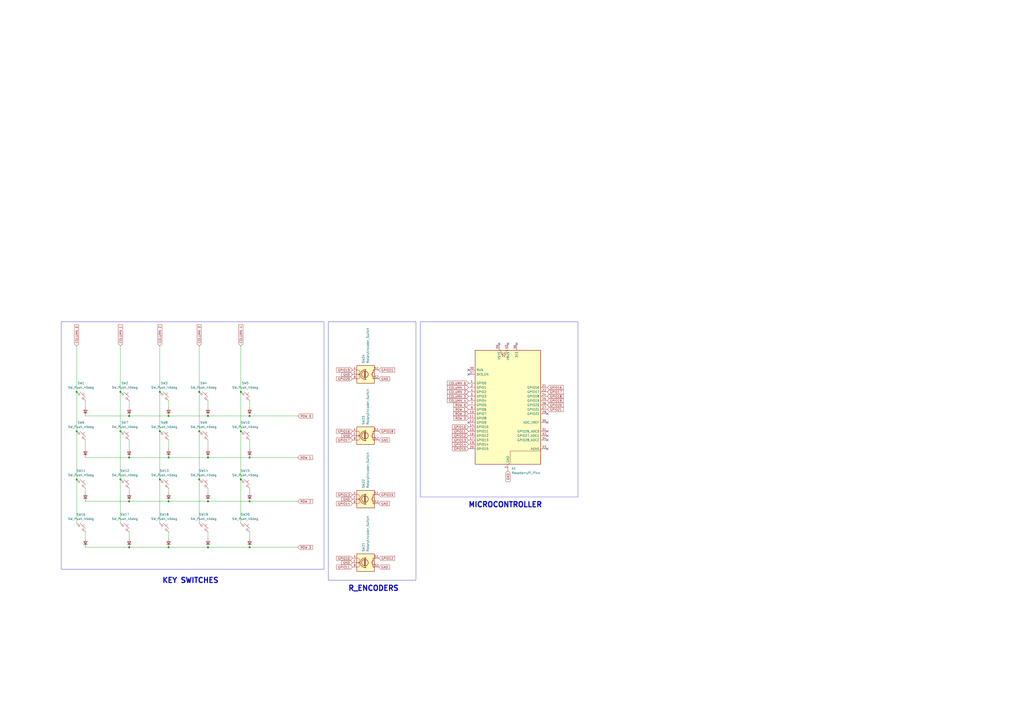
<source format=kicad_sch>
(kicad_sch (version 20250114) (generator "eeschema") (generator_version "9.0")
  (paper "A2")
  (title_block (date "2025-07-15"))
  (lib_symbols
    (symbol "Device:D_Small" (pin_numbers (hide yes)) (pin_names (offset 0.254) (hide yes))
      (property "Reference" "D" (at -1.27 2.032 0))
      (property "Value" "D_Small" (at -3.81 -2.032 0))
      (symbol "D_Small_0_1"
        (polyline (pts (xy -0.762 0) (xy 0.762 0)))
        (polyline (pts (xy -0.762 -1.016) (xy -0.762 1.016)) (stroke (width 0.254)))
        (polyline (pts (xy 0.762 -1.016) (xy -0.762 0) (xy 0.762 1.016) (xy 0.762 -1.016)) (stroke (width 0.254)))
      )
      (symbol "D_Small_1_1"
        (pin passive line (at -2.54 0 0) (length 1.778) (name "K") (number "1"))
        (pin passive line (at 2.54 0 180) (length 1.778) (name "A") (number "2"))
      )
    )
    (symbol "Device:RotaryEncoder_Switch" (pin_names (offset 0.254) (hide yes))
      (property "Reference" "SW" (at 0 6.604 0))
      (property "Value" "RotaryEncoder_Switch" (at 0 -6.604 0))
      (symbol "RotaryEncoder_Switch_0_1"
        (rectangle (start -5.08 5.08) (end 5.08 -5.08) (stroke (width 0.254)) (fill (type background)))
        (polyline (pts (xy -5.08 2.54) (xy -3.81 2.54) (xy -3.81 2.032)))
        (polyline (pts (xy -5.08 0) (xy -3.81 0) (xy -3.81 -1.016) (xy -3.302 -2.032)))
        (polyline (pts (xy -5.08 -2.54) (xy -3.81 -2.54) (xy -3.81 -2.032)))
        (polyline (pts (xy -4.318 0) (xy -3.81 0) (xy -3.81 1.016) (xy -3.302 2.032)))
        (circle (center -3.81 0) (radius 0.254) (fill (type outline)))
        (polyline (pts (xy -0.635 -1.778) (xy -0.635 1.778)) (stroke (width 0.254)))
        (circle (center -0.381 0) (radius 1.905) (stroke (width 0.254)))
        (polyline (pts (xy -0.381 -1.778) (xy -0.381 1.778)) (stroke (width 0.254)))
        (arc (start -0.381 -2.794) (mid -3.0988 -0.0635) (end -0.381 2.667) (stroke (width 0.254)))
        (polyline (pts (xy -0.127 1.778) (xy -0.127 -1.778)) (stroke (width 0.254)))
        (polyline (pts (xy 0.254 2.921) (xy -0.508 2.667) (xy 0.127 2.286)) (stroke (width 0.254)))
        (polyline (pts (xy 0.254 -3.048) (xy -0.508 -2.794) (xy 0.127 -2.413)) (stroke (width 0.254)))
        (polyline (pts (xy 3.81 1.016) (xy 3.81 -1.016)) (stroke (width 0.254)))
        (polyline (pts (xy 3.81 0) (xy 3.429 0)) (stroke (width 0.254)))
        (circle (center 4.318 1.016) (radius 0.127) (stroke (width 0.254)))
        (circle (center 4.318 -1.016) (radius 0.127) (stroke (width 0.254)))
        (polyline (pts (xy 5.08 2.54) (xy 4.318 2.54) (xy 4.318 1.016)) (stroke (width 0.254)))
        (polyline (pts (xy 5.08 -2.54) (xy 4.318 -2.54) (xy 4.318 -1.016)) (stroke (width 0.254)))
      )
      (symbol "RotaryEncoder_Switch_1_1"
        (pin passive line (at -7.62 2.54 0) (length 2.54) (name "A") (number "A"))
        (pin passive line (at -7.62 0 0) (length 2.54) (name "C") (number "C"))
        (pin passive line (at -7.62 -2.54 0) (length 2.54) (name "B") (number "B"))
        (pin passive line (at 7.62 2.54 180) (length 2.54) (name "S1") (number "S1"))
        (pin passive line (at 7.62 -2.54 180) (length 2.54) (name "S2") (number "S2"))
      )
    )
    (symbol "MCU_Module:RaspberryPi_Pico" (pin_names (offset 0.762))
      (property "Reference" "A" (at -19.05 35.56 0))
      (property "Value" "RaspberryPi_Pico" (at 7.62 35.56 0))
      (symbol "RaspberryPi_Pico_0_1"
        (rectangle (start -19.05 34.29) (end 19.05 -31.75) (stroke (width 0.254)) (fill (type background)))
        (polyline (pts (xy -5.08 34.29) (xy -3.81 33.655) (xy -3.81 31.75) (xy -3.175 31.75)))
        (polyline (pts (xy -3.429 32.766) (xy -3.429 33.02) (xy -3.175 33.02) (xy -3.175 30.48) (xy -2.921 30.48) (xy -2.921 30.734)))
        (polyline (pts (xy -3.175 31.75) (xy -1.905 33.02) (xy -1.905 30.48) (xy -3.175 31.75)))
        (polyline (pts (xy 0 34.29) (xy -1.27 33.655) (xy -1.27 31.75) (xy -1.905 31.75)))
        (polyline (pts (xy 0 -31.75) (xy 1.27 -31.115) (xy 1.27 -24.13) (xy 18.415 -24.13) (xy 19.05 -22.86)))
      )
      (symbol "RaspberryPi_Pico_1_1"
        (pin passive line (at -22.86 22.86 0) (length 3.81) (name "RUN") (number "30"))
        (pin passive line (at -22.86 20.32 0) (length 3.81) (name "3V3_EN") (number "37"))
        (pin bidirectional line (at -22.86 15.24 0) (length 3.81) (name "GPIO0") (number "1"))
        (pin bidirectional line (at -22.86 12.7 0) (length 3.81) (name "GPIO1") (number "2"))
        (pin bidirectional line (at -22.86 10.16 0) (length 3.81) (name "GPIO2") (number "4"))
        (pin bidirectional line (at -22.86 7.62 0) (length 3.81) (name "GPIO3") (number "5"))
        (pin bidirectional line (at -22.86 5.08 0) (length 3.81) (name "GPIO4") (number "6"))
        (pin bidirectional line (at -22.86 2.54 0) (length 3.81) (name "GPIO5") (number "7"))
        (pin bidirectional line (at -22.86 0 0) (length 3.81) (name "GPIO6") (number "9"))
        (pin bidirectional line (at -22.86 -2.54 0) (length 3.81) (name "GPIO7") (number "10"))
        (pin bidirectional line (at -22.86 -5.08 0) (length 3.81) (name "GPIO8") (number "11"))
        (pin bidirectional line (at -22.86 -7.62 0) (length 3.81) (name "GPIO9") (number "12"))
        (pin bidirectional line (at -22.86 -10.16 0) (length 3.81) (name "GPIO10") (number "14"))
        (pin bidirectional line (at -22.86 -12.7 0) (length 3.81) (name "GPIO11") (number "15"))
        (pin bidirectional line (at -22.86 -15.24 0) (length 3.81) (name "GPIO12") (number "16"))
        (pin bidirectional line (at -22.86 -17.78 0) (length 3.81) (name "GPIO13") (number "17"))
        (pin bidirectional line (at -22.86 -20.32 0) (length 3.81) (name "GPIO14") (number "19"))
        (pin bidirectional line (at -22.86 -22.86 0) (length 3.81) (name "GPIO15") (number "20"))
        (pin power_in line (at -5.08 38.1 270) (length 3.81) (name "VSYS") (number "39"))
        (pin power_out line (at 0 38.1 270) (length 3.81) (name "VBUS") (number "40"))
        (pin passive line (at 0 -35.56 90) (length 3.81) (hide yes) (name "GND") (number "13"))
        (pin passive line (at 0 -35.56 90) (length 3.81) (hide yes) (name "GND") (number "18"))
        (pin passive line (at 0 -35.56 90) (length 3.81) (hide yes) (name "GND") (number "23"))
        (pin passive line (at 0 -35.56 90) (length 3.81) (hide yes) (name "GND") (number "28"))
        (pin power_out line (at 0 -35.56 90) (length 3.81) (name "GND") (number "3"))
        (pin passive line (at 0 -35.56 90) (length 3.81) (hide yes) (name "GND") (number "38"))
        (pin passive line (at 0 -35.56 90) (length 3.81) (hide yes) (name "GND") (number "8"))
        (pin power_out line (at 5.08 38.1 270) (length 3.81) (name "3V3") (number "36"))
        (pin bidirectional line (at 22.86 12.7 180) (length 3.81) (name "GPIO16") (number "21"))
        (pin bidirectional line (at 22.86 10.16 180) (length 3.81) (name "GPIO17") (number "22"))
        (pin bidirectional line (at 22.86 7.62 180) (length 3.81) (name "GPIO18") (number "24"))
        (pin bidirectional line (at 22.86 5.08 180) (length 3.81) (name "GPIO19") (number "25"))
        (pin bidirectional line (at 22.86 2.54 180) (length 3.81) (name "GPIO20") (number "26"))
        (pin bidirectional line (at 22.86 0 180) (length 3.81) (name "GPIO21") (number "27"))
        (pin bidirectional line (at 22.86 -2.54 180) (length 3.81) (name "GPIO22") (number "29"))
        (pin power_in line (at 22.86 -7.62 180) (length 3.81) (name "ADC_VREF") (number "35"))
        (pin bidirectional line (at 22.86 -12.7 180) (length 3.81) (name "GPIO26_ADC0") (number "31"))
        (pin bidirectional line (at 22.86 -15.24 180) (length 3.81) (name "GPIO27_ADC1") (number "32"))
        (pin bidirectional line (at 22.86 -17.78 180) (length 3.81) (name "GPIO28_ADC2") (number "34"))
        (pin power_out line (at 22.86 -22.86 180) (length 3.81) (name "AGND") (number "33"))
      )
    )
    (symbol "Switch:SW_Push_45deg" (pin_numbers (hide yes)) (pin_names (offset 1.016) (hide yes))
      (property "Reference" "SW" (at 3.048 1.016 0))
      (property "Value" "SW_Push_45deg" (at 0 -3.81 0))
      (symbol "SW_Push_45deg_0_1"
        (polyline (pts (xy -2.54 2.54) (xy -1.524 1.524) (xy -1.524 1.524)))
        (circle (center -1.1684 1.1684) (radius 0.508))
        (polyline (pts (xy -0.508 2.54) (xy 2.54 -0.508)))
        (polyline (pts (xy 1.016 1.016) (xy 2.032 2.032)))
        (circle (center 1.143 -1.1938) (radius 0.508))
        (polyline (pts (xy 1.524 -1.524) (xy 2.54 -2.54) (xy 2.54 -2.54) (xy 2.54 -2.54)))
        (pin passive line (at -2.54 2.54 0) (length 0) (name "1") (number "1"))
        (pin passive line (at 2.54 -2.54 180) (length 0) (name "2") (number "2"))
      )
    )
  )
  (rectangle (start 190.5 186.69) (end 241.3 336.55))
  (rectangle (start 35.56 186.69) (end 187.96 330.2))
  (rectangle (start 243.84 186.69) (end 335.28 288.29))
  (text "MICROCONTROLLER" (at 293.116 292.862 0) (effects (font (size 3 3) (thickness 0.6) (bold yes))))
  (text "KEY SWITCHES" (at 110.49 336.804 0) (effects (font (size 3 3) (thickness 0.6) (bold yes))))
  (text "R_ENCODERS\n" (at 216.662 341.376 0) (effects (font (size 3 3) (thickness 0.6) (bold yes))))
  (junction (at 74.93 290.83))
  (junction (at 144.78 265.43))
  (junction (at 74.93 241.3))
  (junction (at 97.79 241.3))
  (junction (at 44.45 227.33))
  (junction (at 115.57 250.19))
  (junction (at 44.45 278.13))
  (junction (at 69.85 250.19))
  (junction (at 44.45 250.19))
  (junction (at 139.7 250.19))
  (junction (at 69.85 227.33))
  (junction (at 115.57 227.33))
  (junction (at 120.65 241.3))
  (junction (at 92.71 278.13))
  (junction (at 120.65 317.5))
  (junction (at 97.79 290.83))
  (junction (at 144.78 317.5))
  (junction (at 120.65 265.43))
  (junction (at 97.79 317.5))
  (junction (at 139.7 227.33))
  (junction (at 144.78 241.3))
  (junction (at 69.85 278.13))
  (junction (at 92.71 250.19))
  (junction (at 97.79 265.43))
  (junction (at 115.57 278.13))
  (junction (at 120.65 290.83))
  (junction (at 92.71 227.33))
  (junction (at 74.93 317.5))
  (junction (at 144.78 290.83))
  (junction (at 74.93 265.43))
  (junction (at 139.7 278.13))
  (no_connect (at 317.5 252.73))
  (no_connect (at 317.5 255.27))
  (no_connect (at 299.72 199.39))
  (no_connect (at 317.5 250.19))
  (no_connect (at 271.78 217.17))
  (no_connect (at 294.64 199.39))
  (no_connect (at 271.78 245.11))
  (no_connect (at 317.5 240.03))
  (no_connect (at 317.5 245.11))
  (no_connect (at 317.5 260.35))
  (no_connect (at 271.78 214.63))
  (no_connect (at 289.56 199.39))
  (wire (pts (xy 69.85 227.33) (xy 69.85 250.19)))
  (wire (pts (xy 97.79 232.41) (xy 97.79 236.22)))
  (wire (pts (xy 97.79 317.5) (xy 120.65 317.5)))
  (wire (pts (xy 44.45 227.33) (xy 44.45 250.19)))
  (wire (pts (xy 97.79 255.27) (xy 97.79 260.35)))
  (wire (pts (xy 44.45 278.13) (xy 44.45 303.53)))
  (wire (pts (xy 120.65 232.41) (xy 120.65 236.22)))
  (wire (pts (xy 120.65 265.43) (xy 144.78 265.43)))
  (wire (pts (xy 144.78 255.27) (xy 144.78 260.35)))
  (wire (pts (xy 139.7 200.66) (xy 139.7 227.33)))
  (wire (pts (xy 49.53 265.43) (xy 74.93 265.43)))
  (wire (pts (xy 97.79 290.83) (xy 120.65 290.83)))
  (wire (pts (xy 97.79 308.61) (xy 97.79 312.42)))
  (wire (pts (xy 115.57 278.13) (xy 115.57 303.53)))
  (wire (pts (xy 74.93 317.5) (xy 97.79 317.5)))
  (wire (pts (xy 139.7 250.19) (xy 139.7 278.13)))
  (wire (pts (xy 74.93 308.61) (xy 74.93 312.42)))
  (wire (pts (xy 139.7 227.33) (xy 139.7 250.19)))
  (wire (pts (xy 49.53 308.61) (xy 49.53 312.42)))
  (wire (pts (xy 97.79 283.21) (xy 97.79 285.75)))
  (wire (pts (xy 44.45 250.19) (xy 44.45 278.13)))
  (wire (pts (xy 120.65 255.27) (xy 120.65 260.35)))
  (wire (pts (xy 92.71 278.13) (xy 92.71 303.53)))
  (wire (pts (xy 144.78 317.5) (xy 172.72 317.5)))
  (wire (pts (xy 92.71 250.19) (xy 92.71 278.13)))
  (wire (pts (xy 139.7 278.13) (xy 139.7 303.53)))
  (wire (pts (xy 97.79 241.3) (xy 120.65 241.3)))
  (wire (pts (xy 69.85 200.66) (xy 69.85 227.33)))
  (wire (pts (xy 74.93 265.43) (xy 97.79 265.43)))
  (wire (pts (xy 97.79 265.43) (xy 120.65 265.43)))
  (wire (pts (xy 74.93 290.83) (xy 97.79 290.83)))
  (wire (pts (xy 115.57 250.19) (xy 115.57 278.13)))
  (wire (pts (xy 144.78 283.21) (xy 144.78 285.75)))
  (wire (pts (xy 144.78 232.41) (xy 144.78 236.22)))
  (wire (pts (xy 144.78 265.43) (xy 172.72 265.43)))
  (wire (pts (xy 49.53 283.21) (xy 49.53 285.75)))
  (wire (pts (xy 69.85 250.19) (xy 69.85 278.13)))
  (wire (pts (xy 74.93 283.21) (xy 74.93 285.75)))
  (wire (pts (xy 69.85 278.13) (xy 69.85 303.53)))
  (wire (pts (xy 120.65 308.61) (xy 120.65 312.42)))
  (wire (pts (xy 49.53 241.3) (xy 74.93 241.3)))
  (wire (pts (xy 120.65 283.21) (xy 120.65 285.75)))
  (wire (pts (xy 144.78 308.61) (xy 144.78 312.42)))
  (wire (pts (xy 49.53 290.83) (xy 74.93 290.83)))
  (wire (pts (xy 144.78 241.3) (xy 172.72 241.3)))
  (wire (pts (xy 74.93 255.27) (xy 74.93 260.35)))
  (wire (pts (xy 115.57 227.33) (xy 115.57 250.19)))
  (wire (pts (xy 92.71 227.33) (xy 92.71 250.19)))
  (wire (pts (xy 74.93 232.41) (xy 74.93 236.22)))
  (wire (pts (xy 49.53 317.5) (xy 74.93 317.5)))
  (wire (pts (xy 49.53 255.27) (xy 49.53 260.35)))
  (wire (pts (xy 120.65 317.5) (xy 144.78 317.5)))
  (wire (pts (xy 144.78 290.83) (xy 172.72 290.83)))
  (wire (pts (xy 74.93 241.3) (xy 97.79 241.3)))
  (wire (pts (xy 120.65 241.3) (xy 144.78 241.3)))
  (wire (pts (xy 92.71 200.66) (xy 92.71 227.33)))
  (wire (pts (xy 44.45 200.66) (xy 44.45 227.33)))
  (wire (pts (xy 115.57 200.66) (xy 115.57 227.33)))
  (wire (pts (xy 120.65 290.83) (xy 144.78 290.83)))
  (wire (pts (xy 49.53 232.41) (xy 49.53 236.22)))
  (global_label "GPIO14" (shape input) (at 204.47 292.1 180) (property "Intersheetrefs" "${INTERSHEET_REFS}" (effects (hide yes))))
  (global_label "ROW 1" (shape input) (at 172.72 265.43 0) (property "Intersheetrefs" "${INTERSHEET_REFS}" (effects (hide yes))))
  (global_label "GPIO16" (shape input) (at 204.47 250.19 180) (property "Intersheetrefs" "${INTERSHEET_REFS}" (effects (hide yes))))
  (global_label "GPIO11" (shape input) (at 271.78 250.19 180) (property "Intersheetrefs" "${INTERSHEET_REFS}" (effects (hide yes))))
  (global_label "GND" (shape input) (at 219.71 292.1 0) (property "Intersheetrefs" "${INTERSHEET_REFS}" (effects (hide yes))))
  (global_label "GND" (shape input) (at 219.71 255.27 0) (property "Intersheetrefs" "${INTERSHEET_REFS}" (effects (hide yes))))
  (global_label "GPIO11" (shape input) (at 204.47 328.93 180) (property "Intersheetrefs" "${INTERSHEET_REFS}" (effects (hide yes))))
  (global_label "GPIO21" (shape input) (at 219.71 214.63 0) (property "Intersheetrefs" "${INTERSHEET_REFS}" (effects (hide yes))))
  (global_label "ROW 3" (shape input) (at 172.72 317.5 0) (property "Intersheetrefs" "${INTERSHEET_REFS}" (effects (hide yes))))
  (global_label "GND" (shape input) (at 204.47 289.56 180) (property "Intersheetrefs" "${INTERSHEET_REFS}" (effects (hide yes))))
  (global_label "GND" (shape input) (at 204.47 252.73 180) (property "Intersheetrefs" "${INTERSHEET_REFS}" (effects (hide yes))))
  (global_label "GPIO10" (shape input) (at 204.47 323.85 180) (property "Intersheetrefs" "${INTERSHEET_REFS}" (effects (hide yes))))
  (global_label "COLUMN 0" (shape input) (at 271.78 222.25 180) (property "Intersheetrefs" "${INTERSHEET_REFS}" (effects (hide yes))))
  (global_label "GPIO20" (shape input) (at 204.47 219.71 180) (property "Intersheetrefs" "${INTERSHEET_REFS}" (effects (hide yes))))
  (global_label "GPIO18" (shape input) (at 317.5 229.87 0) (property "Intersheetrefs" "${INTERSHEET_REFS}" (effects (hide yes))))
  (global_label "COLUMN 0" (shape input) (at 44.45 200.66 90) (property "Intersheetrefs" "${INTERSHEET_REFS}" (effects (hide yes))))
  (global_label "COLUMN 1" (shape input) (at 69.85 200.66 90) (property "Intersheetrefs" "${INTERSHEET_REFS}" (effects (hide yes))))
  (global_label "COLUMN 1" (shape input) (at 271.78 224.79 180) (property "Intersheetrefs" "${INTERSHEET_REFS}" (effects (hide yes))))
  (global_label "GPIO17" (shape input) (at 317.5 227.33 0) (property "Intersheetrefs" "${INTERSHEET_REFS}" (effects (hide yes))))
  (global_label "ROW 2" (shape input) (at 271.78 240.03 180) (property "Intersheetrefs" "${INTERSHEET_REFS}" (effects (hide yes))))
  (global_label "GPIO18" (shape input) (at 219.71 250.19 0) (property "Intersheetrefs" "${INTERSHEET_REFS}" (effects (hide yes))))
  (global_label "GPIO16" (shape input) (at 317.5 224.79 0) (property "Intersheetrefs" "${INTERSHEET_REFS}" (effects (hide yes))))
  (global_label "ROW 3" (shape input) (at 271.78 242.57 180) (property "Intersheetrefs" "${INTERSHEET_REFS}" (effects (hide yes))))
  (global_label "GPIO21" (shape input) (at 317.5 237.49 0) (property "Intersheetrefs" "${INTERSHEET_REFS}" (effects (hide yes))))
  (global_label "COLUMN 2" (shape input) (at 271.78 227.33 180) (property "Intersheetrefs" "${INTERSHEET_REFS}" (effects (hide yes))))
  (global_label "GPIO19" (shape input) (at 204.47 214.63 180) (property "Intersheetrefs" "${INTERSHEET_REFS}" (effects (hide yes))))
  (global_label "ROW 1" (shape input) (at 271.78 237.49 180) (property "Intersheetrefs" "${INTERSHEET_REFS}" (effects (hide yes))))
  (global_label "GPIO12" (shape input) (at 271.78 252.73 180) (property "Intersheetrefs" "${INTERSHEET_REFS}" (effects (hide yes))))
  (global_label "GND" (shape input) (at 219.71 328.93 0) (property "Intersheetrefs" "${INTERSHEET_REFS}" (effects (hide yes))))
  (global_label "GPIO13" (shape input) (at 271.78 255.27 180) (property "Intersheetrefs" "${INTERSHEET_REFS}" (effects (hide yes))))
  (global_label "GPIO20" (shape input) (at 317.5 234.95 0) (property "Intersheetrefs" "${INTERSHEET_REFS}" (effects (hide yes))))
  (global_label "GPIO15" (shape input) (at 271.78 260.35 180) (property "Intersheetrefs" "${INTERSHEET_REFS}" (effects (hide yes))))
  (global_label "COLUMN 3" (shape input) (at 115.57 200.66 90) (property "Intersheetrefs" "${INTERSHEET_REFS}" (effects (hide yes))))
  (global_label "GPIO14" (shape input) (at 271.78 257.81 180) (property "Intersheetrefs" "${INTERSHEET_REFS}" (effects (hide yes))))
  (global_label "GND" (shape input) (at 219.71 219.71 0) (property "Intersheetrefs" "${INTERSHEET_REFS}" (effects (hide yes))))
  (global_label "GPIO19" (shape input) (at 317.5 232.41 0) (property "Intersheetrefs" "${INTERSHEET_REFS}" (effects (hide yes))))
  (global_label "GND" (shape input) (at 204.47 326.39 180) (property "Intersheetrefs" "${INTERSHEET_REFS}" (effects (hide yes))))
  (global_label "GPIO15" (shape input) (at 219.71 287.02 0) (property "Intersheetrefs" "${INTERSHEET_REFS}" (effects (hide yes))))
  (global_label "GPIO13" (shape input) (at 204.47 287.02 180) (property "Intersheetrefs" "${INTERSHEET_REFS}" (effects (hide yes))))
  (global_label "COLUMN 2" (shape input) (at 92.71 200.66 90) (property "Intersheetrefs" "${INTERSHEET_REFS}" (effects (hide yes))))
  (global_label "GPIO10" (shape input) (at 271.78 247.65 180) (property "Intersheetrefs" "${INTERSHEET_REFS}" (effects (hide yes))))
  (global_label "GPIO17" (shape input) (at 204.47 255.27 180) (property "Intersheetrefs" "${INTERSHEET_REFS}" (effects (hide yes))))
  (global_label "COLUMN 3" (shape input) (at 271.78 229.87 180) (property "Intersheetrefs" "${INTERSHEET_REFS}" (effects (hide yes))))
  (global_label "GND" (shape input) (at 294.64 273.05 270) (property "Intersheetrefs" "${INTERSHEET_REFS}" (effects (hide yes))))
  (global_label "GND" (shape input) (at 204.47 217.17 180) (property "Intersheetrefs" "${INTERSHEET_REFS}" (effects (hide yes))))
  (global_label "ROW 2" (shape input) (at 172.72 290.83 0) (property "Intersheetrefs" "${INTERSHEET_REFS}" (effects (hide yes))))
  (global_label "GPIO12" (shape input) (at 219.71 323.85 0) (property "Intersheetrefs" "${INTERSHEET_REFS}" (effects (hide yes))))
  (global_label "COLUMN 4" (shape input) (at 139.7 200.66 90) (property "Intersheetrefs" "${INTERSHEET_REFS}" (effects (hide yes))))
  (global_label "ROW 0" (shape input) (at 172.72 241.3 0) (property "Intersheetrefs" "${INTERSHEET_REFS}" (effects (hide yes))))
  (global_label "ROW 0" (shape input) (at 271.78 234.95 180) (property "Intersheetrefs" "${INTERSHEET_REFS}" (effects (hide yes))))
  (global_label "COLUMN 4" (shape input) (at 271.78 232.41 180) (property "Intersheetrefs" "${INTERSHEET_REFS}" (effects (hide yes))))
  (symbol (lib_id "Switch:SW_Push_45deg") (at 142.24 229.87 0) (unit 1)
    (property "Reference" "SW5" (at 142.24 222.25 0))
    (property "Value" "SW_Push_45deg" (at 142.24 224.79 0))
    (property "Footprint" "Button_Switch_Keyboard:SW_Cherry_MX_1.00u_PCB" (effects (hide yes)))
    (property "Description" "Push button switch, normally open, two pins, 45° tilted" (effects (hide yes)))
  )
  (symbol (lib_id "Switch:SW_Push_45deg") (at 46.99 306.07 0) (unit 1)
    (property "Reference" "SW16" (at 46.99 298.45 0))
    (property "Value" "SW_Push_45deg" (at 46.99 300.99 0))
    (property "Footprint" "Button_Switch_Keyboard:SW_Cherry_MX_1.00u_PCB" (effects (hide yes)))
    (property "Description" "Push button switch, normally open, two pins, 45° tilted" (effects (hide yes)))
  )
  (symbol (lib_id "Device:D_Small") (at 144.78 238.76 90) (unit 1)
    (property "Reference" "D16" (effects (hide yes)))
    (property "Value" "D_Small" (effects (hide yes)))
    (property "Footprint" "Diode_THT:D_DO-35_SOD27_P7.62mm_Horizontal" (effects (hide yes)))
    (property "Description" "Diode, small symbol" (effects (hide yes)))
    (property "Sim.Device" "D" (effects (hide yes)))
    (property "Sim.Pins" "1=K 2=A" (effects (hide yes)))
  )
  (symbol (lib_id "Switch:SW_Push_45deg") (at 72.39 306.07 0) (unit 1)
    (property "Reference" "SW17" (at 72.39 298.45 0))
    (property "Value" "SW_Push_45deg" (at 72.39 300.99 0))
    (property "Footprint" "Button_Switch_Keyboard:SW_Cherry_MX_1.00u_PCB" (effects (hide yes)))
    (property "Description" "Push button switch, normally open, two pins, 45° tilted" (effects (hide yes)))
  )
  (symbol (lib_id "Switch:SW_Push_45deg") (at 95.25 229.87 0) (unit 1)
    (property "Reference" "SW3" (at 95.25 222.25 0))
    (property "Value" "SW_Push_45deg" (at 95.25 224.79 0))
    (property "Footprint" "Button_Switch_Keyboard:SW_Cherry_MX_1.00u_PCB" (effects (hide yes)))
    (property "Description" "Push button switch, normally open, two pins, 45° tilted" (effects (hide yes)))
  )
  (symbol (lib_id "Device:D_Small") (at 49.53 238.76 90) (unit 1)
    (property "Reference" "D57" (effects (hide yes)))
    (property "Value" "1N4148" (effects (hide yes)))
    (property "Footprint" "Diode_THT:D_DO-35_SOD27_P7.62mm_Horizontal" (effects (hide yes)))
    (property "Description" "Diode, small symbol" (effects (hide yes)))
    (property "Sim.Device" "D" (effects (hide yes)))
    (property "Sim.Pins" "1=K 2=A" (effects (hide yes)))
  )
  (symbol (lib_id "Device:RotaryEncoder_Switch") (at 212.09 217.17 0) (unit 1)
    (property "Reference" "SW24" (at 210.8199 210.82 90) (effects (justify left)))
    (property "Value" "RotaryEncoder_Switch" (at 213.3599 210.82 90) (effects (justify left)))
    (property "Footprint" "Rotary_Encoder:RotaryEncoder_Alps_EC11E-Switch_Vertical_H20mm" (effects (hide yes)))
    (property "Description" "Rotary encoder, dual channel, incremental quadrate outputs, with switch" (effects (hide yes)))
  )
  (symbol (lib_id "Device:D_Small") (at 74.93 314.96 90) (unit 1)
    (property "Reference" "D7" (effects (hide yes)))
    (property "Value" "D_Small" (effects (hide yes)))
    (property "Footprint" "Diode_THT:D_DO-35_SOD27_P7.62mm_Horizontal" (effects (hide yes)))
    (property "Description" "Diode, small symbol" (effects (hide yes)))
    (property "Sim.Device" "D" (effects (hide yes)))
    (property "Sim.Pins" "1=K 2=A" (effects (hide yes)))
  )
  (symbol (lib_id "Switch:SW_Push_45deg") (at 46.99 252.73 0) (unit 1)
    (property "Reference" "SW6" (at 46.99 245.11 0))
    (property "Value" "SW_Push_45deg" (at 46.99 247.65 0))
    (property "Footprint" "Button_Switch_Keyboard:SW_Cherry_MX_1.00u_PCB" (effects (hide yes)))
    (property "Description" "Push button switch, normally open, two pins, 45° tilted" (effects (hide yes)))
  )
  (symbol (lib_id "Switch:SW_Push_45deg") (at 72.39 280.67 0) (unit 1)
    (property "Reference" "SW12" (at 72.39 273.05 0))
    (property "Value" "SW_Push_45deg" (at 72.39 275.59 0))
    (property "Footprint" "Button_Switch_Keyboard:SW_Cherry_MX_1.00u_PCB" (effects (hide yes)))
    (property "Description" "Push button switch, normally open, two pins, 45° tilted" (effects (hide yes)))
  )
  (symbol (lib_id "Switch:SW_Push_45deg") (at 142.24 280.67 0) (unit 1)
    (property "Reference" "SW15" (at 142.24 273.05 0))
    (property "Value" "SW_Push_45deg" (at 142.24 275.59 0))
    (property "Footprint" "Button_Switch_Keyboard:SW_Cherry_MX_1.00u_PCB" (effects (hide yes)))
    (property "Description" "Push button switch, normally open, two pins, 45° tilted" (effects (hide yes)))
  )
  (symbol (lib_id "Switch:SW_Push_45deg") (at 118.11 280.67 0) (unit 1)
    (property "Reference" "SW14" (at 118.11 273.05 0))
    (property "Value" "SW_Push_45deg" (at 118.11 275.59 0))
    (property "Footprint" "Button_Switch_Keyboard:SW_Cherry_MX_1.00u_PCB" (effects (hide yes)))
    (property "Description" "Push button switch, normally open, two pins, 45° tilted" (effects (hide yes)))
  )
  (symbol (lib_id "Device:D_Small") (at 74.93 288.29 90) (unit 1)
    (property "Reference" "D6" (effects (hide yes)))
    (property "Value" "D_Small" (effects (hide yes)))
    (property "Footprint" "Diode_THT:D_DO-35_SOD27_P7.62mm_Horizontal" (effects (hide yes)))
    (property "Description" "Diode, small symbol" (effects (hide yes)))
    (property "Sim.Device" "D" (effects (hide yes)))
    (property "Sim.Pins" "1=K 2=A" (effects (hide yes)))
  )
  (symbol (lib_id "Switch:SW_Push_45deg") (at 118.11 229.87 0) (unit 1)
    (property "Reference" "SW4" (at 118.11 222.25 0))
    (property "Value" "SW_Push_45deg" (at 118.11 224.79 0))
    (property "Footprint" "Button_Switch_Keyboard:SW_Cherry_MX_1.00u_PCB" (effects (hide yes)))
    (property "Description" "Push button switch, normally open, two pins, 45° tilted" (effects (hide yes)))
  )
  (symbol (lib_id "Device:D_Small") (at 97.79 262.89 90) (unit 1)
    (property "Reference" "D9" (effects (hide yes)))
    (property "Value" "D_Small" (effects (hide yes)))
    (property "Footprint" "Diode_THT:D_DO-35_SOD27_P7.62mm_Horizontal" (effects (hide yes)))
    (property "Description" "Diode, small symbol" (effects (hide yes)))
    (property "Sim.Device" "D" (effects (hide yes)))
    (property "Sim.Pins" "1=K 2=A" (effects (hide yes)))
  )
  (symbol (lib_id "Switch:SW_Push_45deg") (at 72.39 229.87 0) (unit 1)
    (property "Reference" "SW2" (at 72.39 222.25 0))
    (property "Value" "SW_Push_45deg" (at 72.39 224.79 0))
    (property "Footprint" "Button_Switch_Keyboard:SW_Cherry_MX_1.00u_PCB" (effects (hide yes)))
    (property "Description" "Push button switch, normally open, two pins, 45° tilted" (effects (hide yes)))
  )
  (symbol (lib_id "Device:D_Small") (at 97.79 238.76 90) (unit 1)
    (property "Reference" "D8" (effects (hide yes)))
    (property "Value" "D_Small" (effects (hide yes)))
    (property "Footprint" "Diode_THT:D_DO-35_SOD27_P7.62mm_Horizontal" (effects (hide yes)))
    (property "Description" "Diode, small symbol" (effects (hide yes)))
    (property "Sim.Device" "D" (effects (hide yes)))
    (property "Sim.Pins" "1=K 2=A" (effects (hide yes)))
  )
  (symbol (lib_id "Switch:SW_Push_45deg") (at 95.25 306.07 0) (unit 1)
    (property "Reference" "SW18" (at 95.25 298.45 0))
    (property "Value" "SW_Push_45deg" (at 95.25 300.99 0))
    (property "Footprint" "Button_Switch_Keyboard:SW_Cherry_MX_1.00u_PCB" (effects (hide yes)))
    (property "Description" "Push button switch, normally open, two pins, 45° tilted" (effects (hide yes)))
  )
  (symbol (lib_id "Device:D_Small") (at 144.78 314.96 90) (unit 1)
    (property "Reference" "D19" (effects (hide yes)))
    (property "Value" "D_Small" (effects (hide yes)))
    (property "Footprint" "Diode_THT:D_DO-35_SOD27_P7.62mm_Horizontal" (effects (hide yes)))
    (property "Description" "Diode, small symbol" (effects (hide yes)))
    (property "Sim.Device" "D" (effects (hide yes)))
    (property "Sim.Pins" "1=K 2=A" (effects (hide yes)))
  )
  (symbol (lib_id "Device:D_Small") (at 144.78 262.89 90) (unit 1)
    (property "Reference" "D17" (effects (hide yes)))
    (property "Value" "D_Small" (effects (hide yes)))
    (property "Footprint" "Diode_THT:D_DO-35_SOD27_P7.62mm_Horizontal" (effects (hide yes)))
    (property "Description" "Diode, small symbol" (effects (hide yes)))
    (property "Sim.Device" "D" (effects (hide yes)))
    (property "Sim.Pins" "1=K 2=A" (effects (hide yes)))
  )
  (symbol (lib_id "Device:D_Small") (at 97.79 288.29 90) (unit 1)
    (property "Reference" "D10" (effects (hide yes)))
    (property "Value" "D_Small" (effects (hide yes)))
    (property "Footprint" "Diode_THT:D_DO-35_SOD27_P7.62mm_Horizontal" (effects (hide yes)))
    (property "Description" "Diode, small symbol" (effects (hide yes)))
    (property "Sim.Device" "D" (effects (hide yes)))
    (property "Sim.Pins" "1=K 2=A" (effects (hide yes)))
  )
  (symbol (lib_id "Device:D_Small") (at 120.65 314.96 90) (unit 1)
    (property "Reference" "D15" (effects (hide yes)))
    (property "Value" "D_Small" (effects (hide yes)))
    (property "Footprint" "Diode_THT:D_DO-35_SOD27_P7.62mm_Horizontal" (effects (hide yes)))
    (property "Description" "Diode, small symbol" (effects (hide yes)))
    (property "Sim.Device" "D" (effects (hide yes)))
    (property "Sim.Pins" "1=K 2=A" (effects (hide yes)))
  )
  (symbol (lib_id "Device:D_Small") (at 120.65 262.89 90) (unit 1)
    (property "Reference" "D13" (effects (hide yes)))
    (property "Value" "D_Small" (effects (hide yes)))
    (property "Footprint" "Diode_THT:D_DO-35_SOD27_P7.62mm_Horizontal" (effects (hide yes)))
    (property "Description" "Diode, small symbol" (effects (hide yes)))
    (property "Sim.Device" "D" (effects (hide yes)))
    (property "Sim.Pins" "1=K 2=A" (effects (hide yes)))
  )
  (symbol (lib_id "Device:D_Small") (at 74.93 262.89 90) (unit 1)
    (property "Reference" "D5" (effects (hide yes)))
    (property "Value" "D_Small" (effects (hide yes)))
    (property "Footprint" "Diode_THT:D_DO-35_SOD27_P7.62mm_Horizontal" (effects (hide yes)))
    (property "Description" "Diode, small symbol" (effects (hide yes)))
    (property "Sim.Device" "D" (effects (hide yes)))
    (property "Sim.Pins" "1=K 2=A" (effects (hide yes)))
  )
  (symbol (lib_id "Switch:SW_Push_45deg") (at 46.99 229.87 0) (unit 1)
    (property "Reference" "SW1" (at 46.99 222.25 0))
    (property "Value" "SW_Push_45deg" (at 46.99 224.79 0))
    (property "Footprint" "Button_Switch_Keyboard:SW_Cherry_MX_1.00u_PCB" (effects (hide yes)))
    (property "Description" "Push button switch, normally open, two pins, 45° tilted" (effects (hide yes)))
  )
  (symbol (lib_id "Device:D_Small") (at 49.53 314.96 90) (unit 1)
    (property "Reference" "D3" (effects (hide yes)))
    (property "Value" "D_Small" (effects (hide yes)))
    (property "Footprint" "Diode_THT:D_DO-35_SOD27_P7.62mm_Horizontal" (effects (hide yes)))
    (property "Description" "Diode, small symbol" (effects (hide yes)))
    (property "Sim.Device" "D" (effects (hide yes)))
    (property "Sim.Pins" "1=K 2=A" (effects (hide yes)))
  )
  (symbol (lib_id "MCU_Module:RaspberryPi_Pico") (at 294.64 237.49 0) (unit 1)
    (property "Reference" "A1" (at 296.7833 271.78 0) (effects (justify left)))
    (property "Value" "RaspberryPi_Pico" (at 296.7833 274.32 0) (effects (justify left)))
    (property "Footprint" "Module:RaspberryPi_Pico_Common_Unspecified" (effects (hide yes)))
    (property "Datasheet" "https://datasheets.raspberrypi.com/pico/pico-datasheet.pdf" (effects (hide yes)))
    (property "Description" "Versatile and inexpensive microcontroller module powered by RP2040 dual-core Arm Cortex-M0+ processor up to 133 MHz, 264kB SRAM, 2MB QSPI flash; also supports Raspberry Pi Pico 2" (effects (hide yes)))
  )
  (symbol (lib_id "Switch:SW_Push_45deg") (at 142.24 306.07 0) (unit 1)
    (property "Reference" "SW20" (at 142.24 298.45 0))
    (property "Value" "SW_Push_45deg" (at 142.24 300.99 0))
    (property "Footprint" "Button_Switch_Keyboard:SW_Cherry_MX_1.00u_PCB" (effects (hide yes)))
    (property "Description" "Push button switch, normally open, two pins, 45° tilted" (effects (hide yes)))
  )
  (symbol (lib_id "Device:RotaryEncoder_Switch") (at 212.09 289.56 0) (unit 1)
    (property "Reference" "SW22" (at 210.8199 283.21 90) (effects (justify left)))
    (property "Value" "RotaryEncoder_Switch" (at 213.3599 283.21 90) (effects (justify left)))
    (property "Footprint" "Rotary_Encoder:RotaryEncoder_Alps_EC11E-Switch_Vertical_H20mm" (effects (hide yes)))
    (property "Description" "Rotary encoder, dual channel, incremental quadrate outputs, with switch" (effects (hide yes)))
  )
  (symbol (lib_id "Device:D_Small") (at 120.65 288.29 90) (unit 1)
    (property "Reference" "D14" (effects (hide yes)))
    (property "Value" "D_Small" (effects (hide yes)))
    (property "Footprint" "Diode_THT:D_DO-35_SOD27_P7.62mm_Horizontal" (effects (hide yes)))
    (property "Description" "Diode, small symbol" (effects (hide yes)))
    (property "Sim.Device" "D" (effects (hide yes)))
    (property "Sim.Pins" "1=K 2=A" (effects (hide yes)))
  )
  (symbol (lib_id "Switch:SW_Push_45deg") (at 118.11 306.07 0) (unit 1)
    (property "Reference" "SW19" (at 118.11 298.45 0))
    (property "Value" "SW_Push_45deg" (at 118.11 300.99 0))
    (property "Footprint" "Button_Switch_Keyboard:SW_Cherry_MX_1.00u_PCB" (effects (hide yes)))
    (property "Description" "Push button switch, normally open, two pins, 45° tilted" (effects (hide yes)))
  )
  (symbol (lib_id "Device:D_Small") (at 144.78 288.29 90) (unit 1)
    (property "Reference" "D18" (effects (hide yes)))
    (property "Value" "D_Small" (effects (hide yes)))
    (property "Footprint" "Diode_THT:D_DO-35_SOD27_P7.62mm_Horizontal" (effects (hide yes)))
    (property "Description" "Diode, small symbol" (effects (hide yes)))
    (property "Sim.Device" "D" (effects (hide yes)))
    (property "Sim.Pins" "1=K 2=A" (effects (hide yes)))
  )
  (symbol (lib_id "Switch:SW_Push_45deg") (at 142.24 252.73 0) (unit 1)
    (property "Reference" "SW10" (at 142.24 245.11 0))
    (property "Value" "SW_Push_45deg" (at 142.24 247.65 0))
    (property "Footprint" "Button_Switch_Keyboard:SW_Cherry_MX_1.00u_PCB" (effects (hide yes)))
    (property "Description" "Push button switch, normally open, two pins, 45° tilted" (effects (hide yes)))
  )
  (symbol (lib_id "Switch:SW_Push_45deg") (at 95.25 252.73 0) (unit 1)
    (property "Reference" "SW8" (at 95.25 245.11 0))
    (property "Value" "SW_Push_45deg" (at 95.25 247.65 0))
    (property "Footprint" "Button_Switch_Keyboard:SW_Cherry_MX_1.00u_PCB" (effects (hide yes)))
    (property "Description" "Push button switch, normally open, two pins, 45° tilted" (effects (hide yes)))
  )
  (symbol (lib_id "Switch:SW_Push_45deg") (at 46.99 280.67 0) (unit 1)
    (property "Reference" "SW11" (at 46.99 273.05 0))
    (property "Value" "SW_Push_45deg" (at 46.99 275.59 0))
    (property "Footprint" "Button_Switch_Keyboard:SW_Cherry_MX_1.00u_PCB" (effects (hide yes)))
    (property "Description" "Push button switch, normally open, two pins, 45° tilted" (effects (hide yes)))
  )
  (symbol (lib_id "Switch:SW_Push_45deg") (at 118.11 252.73 0) (unit 1)
    (property "Reference" "SW9" (at 118.11 245.11 0))
    (property "Value" "SW_Push_45deg" (at 118.11 247.65 0))
    (property "Footprint" "Button_Switch_Keyboard:SW_Cherry_MX_1.00u_PCB" (effects (hide yes)))
    (property "Description" "Push button switch, normally open, two pins, 45° tilted" (effects (hide yes)))
  )
  (symbol (lib_id "Device:D_Small") (at 97.79 314.96 90) (unit 1)
    (property "Reference" "D11" (effects (hide yes)))
    (property "Value" "D_Small" (effects (hide yes)))
    (property "Footprint" "Diode_THT:D_DO-35_SOD27_P7.62mm_Horizontal" (effects (hide yes)))
    (property "Description" "Diode, small symbol" (effects (hide yes)))
    (property "Sim.Device" "D" (effects (hide yes)))
    (property "Sim.Pins" "1=K 2=A" (effects (hide yes)))
  )
  (symbol (lib_id "Device:D_Small") (at 120.65 238.76 90) (unit 1)
    (property "Reference" "D12" (effects (hide yes)))
    (property "Value" "D_Small" (effects (hide yes)))
    (property "Footprint" "Diode_THT:D_DO-35_SOD27_P7.62mm_Horizontal" (effects (hide yes)))
    (property "Description" "Diode, small symbol" (effects (hide yes)))
    (property "Sim.Device" "D" (effects (hide yes)))
    (property "Sim.Pins" "1=K 2=A" (effects (hide yes)))
  )
  (symbol (lib_id "Device:D_Small") (at 74.93 238.76 90) (unit 1)
    (property "Reference" "D4" (effects (hide yes)))
    (property "Value" "D_Small" (effects (hide yes)))
    (property "Footprint" "Diode_THT:D_DO-35_SOD27_P7.62mm_Horizontal" (effects (hide yes)))
    (property "Description" "Diode, small symbol" (effects (hide yes)))
    (property "Sim.Device" "D" (effects (hide yes)))
    (property "Sim.Pins" "1=K 2=A" (effects (hide yes)))
  )
  (symbol (lib_id "Device:D_Small") (at 49.53 262.89 90) (unit 1)
    (property "Reference" "D1" (effects (hide yes)))
    (property "Value" "D_Small" (effects (hide yes)))
    (property "Footprint" "Diode_THT:D_DO-35_SOD27_P7.62mm_Horizontal" (effects (hide yes)))
    (property "Description" "Diode, small symbol" (effects (hide yes)))
    (property "Sim.Device" "D" (effects (hide yes)))
    (property "Sim.Pins" "1=K 2=A" (effects (hide yes)))
  )
  (symbol (lib_id "Switch:SW_Push_45deg") (at 72.39 252.73 0) (unit 1)
    (property "Reference" "SW7" (at 72.39 245.11 0))
    (property "Value" "SW_Push_45deg" (at 72.39 247.65 0))
    (property "Footprint" "Button_Switch_Keyboard:SW_Cherry_MX_1.00u_PCB" (effects (hide yes)))
    (property "Description" "Push button switch, normally open, two pins, 45° tilted" (effects (hide yes)))
  )
  (symbol (lib_id "Switch:SW_Push_45deg") (at 95.25 280.67 0) (unit 1)
    (property "Reference" "SW13" (at 95.25 273.05 0))
    (property "Value" "SW_Push_45deg" (at 95.25 275.59 0))
    (property "Footprint" "Button_Switch_Keyboard:SW_Cherry_MX_1.00u_PCB" (effects (hide yes)))
    (property "Description" "Push button switch, normally open, two pins, 45° tilted" (effects (hide yes)))
  )
  (symbol (lib_id "Device:RotaryEncoder_Switch") (at 212.09 252.73 0) (unit 1)
    (property "Reference" "SW23" (at 210.8199 246.38 90) (effects (justify left)))
    (property "Value" "RotaryEncoder_Switch" (at 213.3599 246.38 90) (effects (justify left)))
    (property "Footprint" "Rotary_Encoder:RotaryEncoder_Alps_EC11E-Switch_Vertical_H20mm" (effects (hide yes)))
    (property "Description" "Rotary encoder, dual channel, incremental quadrate outputs, with switch" (effects (hide yes)))
  )
  (symbol (lib_id "Device:D_Small") (at 49.53 288.29 90) (unit 1)
    (property "Reference" "D2" (effects (hide yes)))
    (property "Value" "D_Small" (effects (hide yes)))
    (property "Footprint" "Diode_THT:D_DO-35_SOD27_P7.62mm_Horizontal" (effects (hide yes)))
    (property "Description" "Diode, small symbol" (effects (hide yes)))
    (property "Sim.Device" "D" (effects (hide yes)))
    (property "Sim.Pins" "1=K 2=A" (effects (hide yes)))
  )
  (symbol (lib_id "Device:RotaryEncoder_Switch") (at 212.09 326.39 0) (unit 1)
    (property "Reference" "SW21" (at 210.8199 320.04 90) (effects (justify left)))
    (property "Value" "RotaryEncoder_Switch" (at 213.3599 320.04 90) (effects (justify left)))
    (property "Footprint" "Rotary_Encoder:RotaryEncoder_Alps_EC11E-Switch_Vertical_H20mm" (effects (hide yes)))
    (property "Description" "Rotary encoder, dual channel, incremental quadrate outputs, with switch" (effects (hide yes)))
  )
)
</source>
